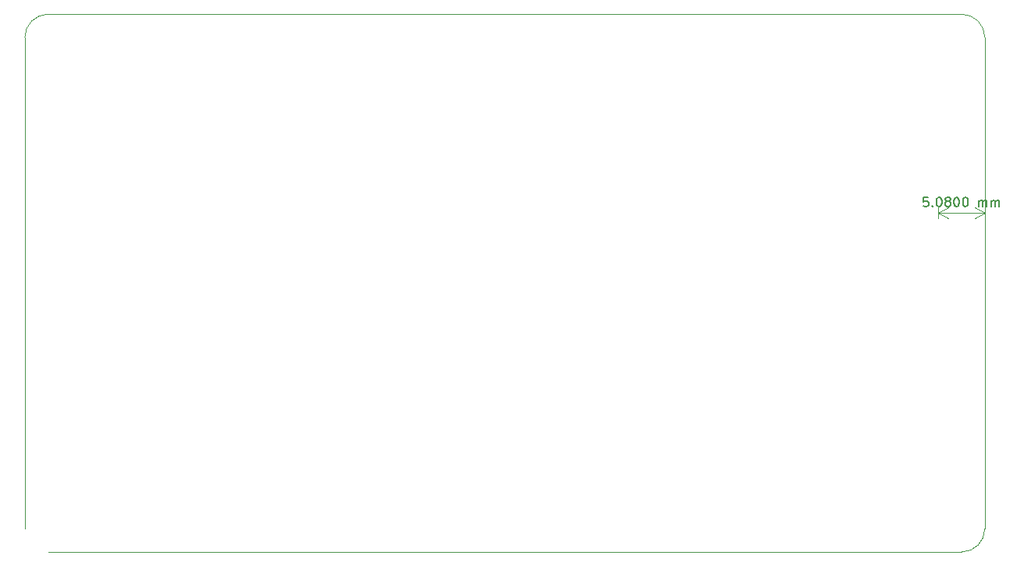
<source format=gbr>
%TF.GenerationSoftware,KiCad,Pcbnew,(6.0.5)*%
%TF.CreationDate,2022-05-30T13:32:29+08:00*%
%TF.ProjectId,keyboard_V2,6b657962-6f61-4726-945f-56322e6b6963,rev?*%
%TF.SameCoordinates,Original*%
%TF.FileFunction,Profile,NP*%
%FSLAX46Y46*%
G04 Gerber Fmt 4.6, Leading zero omitted, Abs format (unit mm)*
G04 Created by KiCad (PCBNEW (6.0.5)) date 2022-05-30 13:32:29*
%MOMM*%
%LPD*%
G01*
G04 APERTURE LIST*
%ADD10C,0.150000*%
%TA.AperFunction,Profile*%
%ADD11C,0.050000*%
%TD*%
%TA.AperFunction,Profile*%
%ADD12C,0.100000*%
%TD*%
G04 APERTURE END LIST*
D10*
X128460952Y-70692380D02*
X127984761Y-70692380D01*
X127937142Y-71168571D01*
X127984761Y-71120952D01*
X128080000Y-71073333D01*
X128318095Y-71073333D01*
X128413333Y-71120952D01*
X128460952Y-71168571D01*
X128508571Y-71263809D01*
X128508571Y-71501904D01*
X128460952Y-71597142D01*
X128413333Y-71644761D01*
X128318095Y-71692380D01*
X128080000Y-71692380D01*
X127984761Y-71644761D01*
X127937142Y-71597142D01*
X128937142Y-71597142D02*
X128984761Y-71644761D01*
X128937142Y-71692380D01*
X128889523Y-71644761D01*
X128937142Y-71597142D01*
X128937142Y-71692380D01*
X129603809Y-70692380D02*
X129699047Y-70692380D01*
X129794285Y-70740000D01*
X129841904Y-70787619D01*
X129889523Y-70882857D01*
X129937142Y-71073333D01*
X129937142Y-71311428D01*
X129889523Y-71501904D01*
X129841904Y-71597142D01*
X129794285Y-71644761D01*
X129699047Y-71692380D01*
X129603809Y-71692380D01*
X129508571Y-71644761D01*
X129460952Y-71597142D01*
X129413333Y-71501904D01*
X129365714Y-71311428D01*
X129365714Y-71073333D01*
X129413333Y-70882857D01*
X129460952Y-70787619D01*
X129508571Y-70740000D01*
X129603809Y-70692380D01*
X130508571Y-71120952D02*
X130413333Y-71073333D01*
X130365714Y-71025714D01*
X130318095Y-70930476D01*
X130318095Y-70882857D01*
X130365714Y-70787619D01*
X130413333Y-70740000D01*
X130508571Y-70692380D01*
X130699047Y-70692380D01*
X130794285Y-70740000D01*
X130841904Y-70787619D01*
X130889523Y-70882857D01*
X130889523Y-70930476D01*
X130841904Y-71025714D01*
X130794285Y-71073333D01*
X130699047Y-71120952D01*
X130508571Y-71120952D01*
X130413333Y-71168571D01*
X130365714Y-71216190D01*
X130318095Y-71311428D01*
X130318095Y-71501904D01*
X130365714Y-71597142D01*
X130413333Y-71644761D01*
X130508571Y-71692380D01*
X130699047Y-71692380D01*
X130794285Y-71644761D01*
X130841904Y-71597142D01*
X130889523Y-71501904D01*
X130889523Y-71311428D01*
X130841904Y-71216190D01*
X130794285Y-71168571D01*
X130699047Y-71120952D01*
X131508571Y-70692380D02*
X131603809Y-70692380D01*
X131699047Y-70740000D01*
X131746666Y-70787619D01*
X131794285Y-70882857D01*
X131841904Y-71073333D01*
X131841904Y-71311428D01*
X131794285Y-71501904D01*
X131746666Y-71597142D01*
X131699047Y-71644761D01*
X131603809Y-71692380D01*
X131508571Y-71692380D01*
X131413333Y-71644761D01*
X131365714Y-71597142D01*
X131318095Y-71501904D01*
X131270476Y-71311428D01*
X131270476Y-71073333D01*
X131318095Y-70882857D01*
X131365714Y-70787619D01*
X131413333Y-70740000D01*
X131508571Y-70692380D01*
X132460952Y-70692380D02*
X132556190Y-70692380D01*
X132651428Y-70740000D01*
X132699047Y-70787619D01*
X132746666Y-70882857D01*
X132794285Y-71073333D01*
X132794285Y-71311428D01*
X132746666Y-71501904D01*
X132699047Y-71597142D01*
X132651428Y-71644761D01*
X132556190Y-71692380D01*
X132460952Y-71692380D01*
X132365714Y-71644761D01*
X132318095Y-71597142D01*
X132270476Y-71501904D01*
X132222857Y-71311428D01*
X132222857Y-71073333D01*
X132270476Y-70882857D01*
X132318095Y-70787619D01*
X132365714Y-70740000D01*
X132460952Y-70692380D01*
X133984761Y-71692380D02*
X133984761Y-71025714D01*
X133984761Y-71120952D02*
X134032380Y-71073333D01*
X134127619Y-71025714D01*
X134270476Y-71025714D01*
X134365714Y-71073333D01*
X134413333Y-71168571D01*
X134413333Y-71692380D01*
X134413333Y-71168571D02*
X134460952Y-71073333D01*
X134556190Y-71025714D01*
X134699047Y-71025714D01*
X134794285Y-71073333D01*
X134841904Y-71168571D01*
X134841904Y-71692380D01*
X135318095Y-71692380D02*
X135318095Y-71025714D01*
X135318095Y-71120952D02*
X135365714Y-71073333D01*
X135460952Y-71025714D01*
X135603809Y-71025714D01*
X135699047Y-71073333D01*
X135746666Y-71168571D01*
X135746666Y-71692380D01*
X135746666Y-71168571D02*
X135794285Y-71073333D01*
X135889523Y-71025714D01*
X136032380Y-71025714D01*
X136127619Y-71073333D01*
X136175238Y-71168571D01*
X136175238Y-71692380D01*
D11*
X134620000Y-71620000D02*
X134620000Y-72976420D01*
X129540000Y-71620000D02*
X129540000Y-72976420D01*
X134620000Y-72390000D02*
X129540000Y-72390000D01*
X134620000Y-72390000D02*
X129540000Y-72390000D01*
X134620000Y-72390000D02*
X133493496Y-71803579D01*
X134620000Y-72390000D02*
X133493496Y-72976421D01*
X129540000Y-72390000D02*
X130666504Y-72976421D01*
X129540000Y-72390000D02*
X130666504Y-71803579D01*
X33020000Y-50800000D02*
G75*
G03*
X30480000Y-53340000I0J-2540000D01*
G01*
D12*
X134620000Y-106680000D02*
X134620000Y-53340000D01*
X134620000Y-53340000D02*
G75*
G03*
X132080000Y-50800000I-2540000J0D01*
G01*
X30480000Y-106680000D02*
X30480000Y-53340000D01*
X132080000Y-109220000D02*
G75*
G03*
X134620000Y-106680000I0J2540000D01*
G01*
X33020000Y-109220000D02*
X132080000Y-109220000D01*
X132080000Y-50800000D02*
X33020000Y-50800000D01*
M02*

</source>
